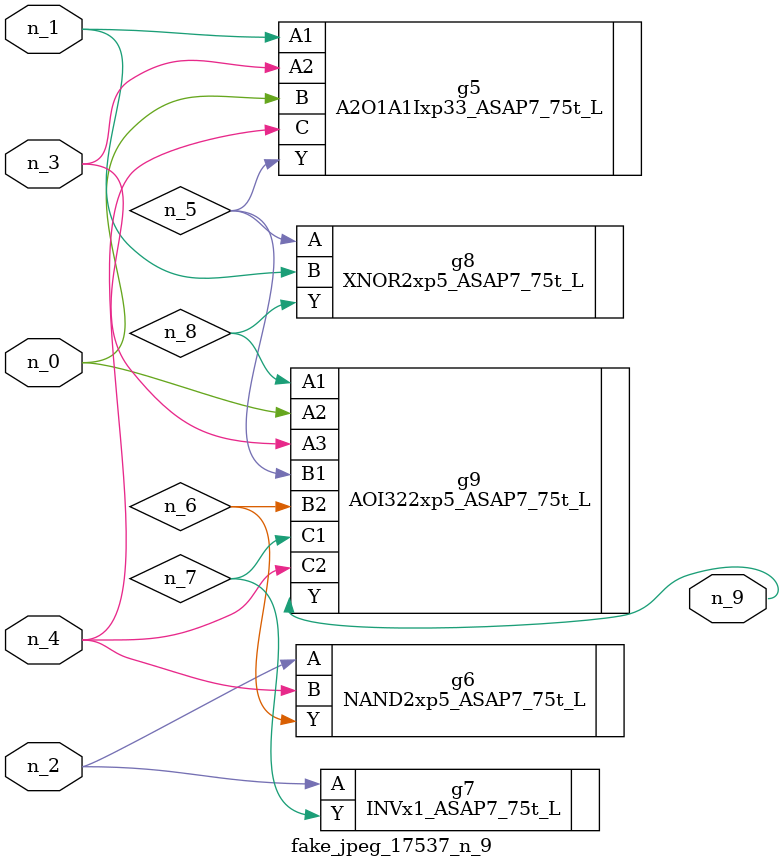
<source format=v>
module fake_jpeg_17537_n_9 (n_3, n_2, n_1, n_0, n_4, n_9);

input n_3;
input n_2;
input n_1;
input n_0;
input n_4;

output n_9;

wire n_8;
wire n_6;
wire n_5;
wire n_7;

A2O1A1Ixp33_ASAP7_75t_L g5 ( 
.A1(n_1),
.A2(n_3),
.B(n_0),
.C(n_4),
.Y(n_5)
);

NAND2xp5_ASAP7_75t_L g6 ( 
.A(n_2),
.B(n_4),
.Y(n_6)
);

INVx1_ASAP7_75t_L g7 ( 
.A(n_2),
.Y(n_7)
);

XNOR2xp5_ASAP7_75t_L g8 ( 
.A(n_5),
.B(n_1),
.Y(n_8)
);

AOI322xp5_ASAP7_75t_L g9 ( 
.A1(n_8),
.A2(n_0),
.A3(n_3),
.B1(n_5),
.B2(n_6),
.C1(n_7),
.C2(n_4),
.Y(n_9)
);


endmodule
</source>
